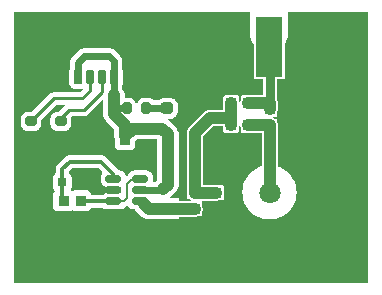
<source format=gtl>
G04 #@! TF.GenerationSoftware,KiCad,Pcbnew,8.0.6*
G04 #@! TF.CreationDate,2024-11-27T10:36:12+01:00*
G04 #@! TF.ProjectId,TDR1,54445231-2e6b-4696-9361-645f70636258,0.1*
G04 #@! TF.SameCoordinates,Original*
G04 #@! TF.FileFunction,Copper,L1,Top*
G04 #@! TF.FilePolarity,Positive*
%FSLAX46Y46*%
G04 Gerber Fmt 4.6, Leading zero omitted, Abs format (unit mm)*
G04 Created by KiCad (PCBNEW 8.0.6) date 2024-11-27 10:36:12*
%MOMM*%
%LPD*%
G01*
G04 APERTURE LIST*
G04 Aperture macros list*
%AMRoundRect*
0 Rectangle with rounded corners*
0 $1 Rounding radius*
0 $2 $3 $4 $5 $6 $7 $8 $9 X,Y pos of 4 corners*
0 Add a 4 corners polygon primitive as box body*
4,1,4,$2,$3,$4,$5,$6,$7,$8,$9,$2,$3,0*
0 Add four circle primitives for the rounded corners*
1,1,$1+$1,$2,$3*
1,1,$1+$1,$4,$5*
1,1,$1+$1,$6,$7*
1,1,$1+$1,$8,$9*
0 Add four rect primitives between the rounded corners*
20,1,$1+$1,$2,$3,$4,$5,0*
20,1,$1+$1,$4,$5,$6,$7,0*
20,1,$1+$1,$6,$7,$8,$9,0*
20,1,$1+$1,$8,$9,$2,$3,0*%
G04 Aperture macros list end*
G04 #@! TA.AperFunction,SMDPad,CuDef*
%ADD10R,0.800000X0.800000*%
G04 #@! TD*
G04 #@! TA.AperFunction,SMDPad,CuDef*
%ADD11RoundRect,0.200000X-0.200000X-0.275000X0.200000X-0.275000X0.200000X0.275000X-0.200000X0.275000X0*%
G04 #@! TD*
G04 #@! TA.AperFunction,SMDPad,CuDef*
%ADD12R,2.290000X5.080000*%
G04 #@! TD*
G04 #@! TA.AperFunction,SMDPad,CuDef*
%ADD13R,2.420000X5.080000*%
G04 #@! TD*
G04 #@! TA.AperFunction,SMDPad,CuDef*
%ADD14R,0.460000X0.950000*%
G04 #@! TD*
G04 #@! TA.AperFunction,ComponentPad*
%ADD15C,0.970000*%
G04 #@! TD*
G04 #@! TA.AperFunction,SMDPad,CuDef*
%ADD16RoundRect,0.150000X-0.512500X-0.150000X0.512500X-0.150000X0.512500X0.150000X-0.512500X0.150000X0*%
G04 #@! TD*
G04 #@! TA.AperFunction,SMDPad,CuDef*
%ADD17R,0.950000X0.950000*%
G04 #@! TD*
G04 #@! TA.AperFunction,SMDPad,CuDef*
%ADD18RoundRect,0.237500X-0.287500X-0.237500X0.287500X-0.237500X0.287500X0.237500X-0.287500X0.237500X0*%
G04 #@! TD*
G04 #@! TA.AperFunction,ComponentPad*
%ADD19C,1.800000*%
G04 #@! TD*
G04 #@! TA.AperFunction,ComponentPad*
%ADD20C,2.400000*%
G04 #@! TD*
G04 #@! TA.AperFunction,SMDPad,CuDef*
%ADD21RoundRect,0.175000X0.175000X0.425000X-0.175000X0.425000X-0.175000X-0.425000X0.175000X-0.425000X0*%
G04 #@! TD*
G04 #@! TA.AperFunction,SMDPad,CuDef*
%ADD22RoundRect,0.190000X-0.190000X-0.410000X0.190000X-0.410000X0.190000X0.410000X-0.190000X0.410000X0*%
G04 #@! TD*
G04 #@! TA.AperFunction,SMDPad,CuDef*
%ADD23RoundRect,0.200000X-0.200000X-0.400000X0.200000X-0.400000X0.200000X0.400000X-0.200000X0.400000X0*%
G04 #@! TD*
G04 #@! TA.AperFunction,SMDPad,CuDef*
%ADD24RoundRect,0.175000X-0.175000X-0.425000X0.175000X-0.425000X0.175000X0.425000X-0.175000X0.425000X0*%
G04 #@! TD*
G04 #@! TA.AperFunction,SMDPad,CuDef*
%ADD25RoundRect,0.190000X0.190000X0.410000X-0.190000X0.410000X-0.190000X-0.410000X0.190000X-0.410000X0*%
G04 #@! TD*
G04 #@! TA.AperFunction,SMDPad,CuDef*
%ADD26RoundRect,0.200000X0.200000X0.400000X-0.200000X0.400000X-0.200000X-0.400000X0.200000X-0.400000X0*%
G04 #@! TD*
G04 #@! TA.AperFunction,SMDPad,CuDef*
%ADD27RoundRect,0.250000X0.650000X0.425000X-0.650000X0.425000X-0.650000X-0.425000X0.650000X-0.425000X0*%
G04 #@! TD*
G04 #@! TA.AperFunction,SMDPad,CuDef*
%ADD28RoundRect,0.250000X0.650000X0.500000X-0.650000X0.500000X-0.650000X-0.500000X0.650000X-0.500000X0*%
G04 #@! TD*
G04 #@! TA.AperFunction,SMDPad,CuDef*
%ADD29R,0.900000X1.600000*%
G04 #@! TD*
G04 #@! TA.AperFunction,SMDPad,CuDef*
%ADD30RoundRect,0.200000X-0.275000X0.200000X-0.275000X-0.200000X0.275000X-0.200000X0.275000X0.200000X0*%
G04 #@! TD*
G04 #@! TA.AperFunction,ViaPad*
%ADD31C,0.610000*%
G04 #@! TD*
G04 #@! TA.AperFunction,Conductor*
%ADD32C,1.000000*%
G04 #@! TD*
G04 #@! TA.AperFunction,Conductor*
%ADD33C,0.600000*%
G04 #@! TD*
G04 #@! TA.AperFunction,Conductor*
%ADD34C,1.016000*%
G04 #@! TD*
G04 #@! TA.AperFunction,Conductor*
%ADD35C,0.304800*%
G04 #@! TD*
G04 #@! TA.AperFunction,Conductor*
%ADD36C,0.609600*%
G04 #@! TD*
G04 #@! TA.AperFunction,Conductor*
%ADD37C,0.152400*%
G04 #@! TD*
G04 #@! TA.AperFunction,Conductor*
%ADD38C,0.254000*%
G04 #@! TD*
G04 #@! TA.AperFunction,Conductor*
%ADD39C,0.800000*%
G04 #@! TD*
G04 APERTURE END LIST*
D10*
G04 #@! TO.P,C3,P$1,P$1*
G04 #@! TO.N,GND*
X11400000Y11650000D03*
G04 #@! TO.P,C3,P$2,P$2*
G04 #@! TO.N,+5V*
X12900000Y11650000D03*
G04 #@! TD*
D11*
G04 #@! TO.P,R9,1,1*
G04 #@! TO.N,+5V*
X9575000Y14800000D03*
G04 #@! TO.P,R9,2,2*
G04 #@! TO.N,Net-(D1-A)*
X11225000Y14800000D03*
G04 #@! TD*
D12*
G04 #@! TO.P,J3,1,In*
G04 #@! TO.N,Net-(J3-In)*
X21620000Y20000000D03*
D13*
G04 #@! TO.P,J3,2,Ext*
G04 #@! TO.N,GND*
X26000000Y20000000D03*
X17240000Y20000000D03*
D14*
X26000000Y17010000D03*
X17240000Y17010000D03*
D15*
X26000000Y16560000D03*
X17240000Y16560000D03*
G04 #@! TD*
D16*
G04 #@! TO.P,U1,1,1A*
G04 #@! TO.N,Net-(R6-P$3)*
X8425000Y8850000D03*
G04 #@! TO.P,U1,2,GND*
G04 #@! TO.N,GND*
X8425000Y7900000D03*
G04 #@! TO.P,U1,3,2A*
G04 #@! TO.N,Net-(R6-P$4)*
X8425000Y6950000D03*
G04 #@! TO.P,U1,4,2Y*
G04 #@! TO.N,Net-(R3-P$3)*
X10700000Y6950000D03*
G04 #@! TO.P,U1,5,V_{CC}*
G04 #@! TO.N,+5V*
X10700000Y7900000D03*
G04 #@! TO.P,U1,6,1Y*
G04 #@! TO.N,Net-(R6-P$4)*
X10700000Y8850000D03*
G04 #@! TD*
D17*
G04 #@! TO.P,R4,P$1,P$3*
G04 #@! TO.N,Net-(R1-P$3)*
X17131100Y7666400D03*
G04 #@! TO.P,R4,P$2,P$4*
G04 #@! TO.N,GND*
X18581100Y7666400D03*
G04 #@! TD*
G04 #@! TO.P,R1,P$1,P$3*
G04 #@! TO.N,Net-(R1-P$3)*
X18401100Y15286400D03*
G04 #@! TO.P,R1,P$2,P$4*
G04 #@! TO.N,Net-(J3-In)*
X19851100Y15286400D03*
G04 #@! TD*
D18*
G04 #@! TO.P,D1,1,A*
G04 #@! TO.N,Net-(D1-A)*
X12975000Y14800000D03*
G04 #@! TO.P,D1,2,K*
G04 #@! TO.N,GND*
X14725000Y14800000D03*
G04 #@! TD*
D19*
G04 #@! TO.P,J1,1*
G04 #@! TO.N,Net-(R2-P$3)*
X21666100Y7666400D03*
D20*
G04 #@! TO.P,J1,S1*
G04 #@! TO.N,GND*
X24816100Y10816400D03*
G04 #@! TO.P,J1,S2*
X24816100Y4516400D03*
G04 #@! TO.P,J1,S3*
X18516100Y4516400D03*
G04 #@! TO.P,J1,S4*
X18516100Y10816400D03*
G04 #@! TD*
D17*
G04 #@! TO.P,R6,P$1,P$3*
G04 #@! TO.N,Net-(R6-P$3)*
X4212500Y7000000D03*
G04 #@! TO.P,R6,P$2,P$4*
G04 #@! TO.N,Net-(R6-P$4)*
X5662500Y7000000D03*
G04 #@! TD*
D21*
G04 #@! TO.P,J2,A5,CC1*
G04 #@! TO.N,Net-(J2-CC1)*
X7450000Y17467500D03*
D22*
G04 #@! TO.P,J2,A9,VBUS*
G04 #@! TO.N,+5V*
X5430000Y17467500D03*
D23*
G04 #@! TO.P,J2,A12,GND*
G04 #@! TO.N,GND*
X4200000Y17467500D03*
D24*
G04 #@! TO.P,J2,B5,CC2*
G04 #@! TO.N,Net-(J2-CC2)*
X6450000Y17467500D03*
D25*
G04 #@! TO.P,J2,B9,VBUS*
G04 #@! TO.N,+5V*
X8470000Y17467500D03*
D26*
G04 #@! TO.P,J2,B12,GND*
G04 #@! TO.N,GND*
X9700000Y17467500D03*
D27*
G04 #@! TO.P,J2,S1,SHIELD*
X12075000Y17522500D03*
D28*
X12075000Y21102500D03*
D27*
X1825000Y17522500D03*
D28*
X1825000Y21102500D03*
G04 #@! TD*
D10*
G04 #@! TO.P,C2,P$1,P$1*
G04 #@! TO.N,GND*
X11391100Y10206400D03*
G04 #@! TO.P,C2,P$2,P$2*
G04 #@! TO.N,+5V*
X12891100Y10206400D03*
G04 #@! TD*
D17*
G04 #@! TO.P,R3,P$1,P$3*
G04 #@! TO.N,Net-(R3-P$3)*
X15316100Y6306400D03*
G04 #@! TO.P,R3,P$2,P$4*
G04 #@! TO.N,Net-(R1-P$3)*
X15316100Y7756400D03*
G04 #@! TD*
D29*
G04 #@! TO.P,C4,P$1,P$1*
G04 #@! TO.N,GND*
X6300000Y12450000D03*
G04 #@! TO.P,C4,P$2,P$2*
G04 #@! TO.N,+5V*
X9400000Y12450000D03*
G04 #@! TD*
D30*
G04 #@! TO.P,R7,1*
G04 #@! TO.N,Net-(J2-CC1)*
X3977000Y13700000D03*
G04 #@! TO.P,R7,2*
G04 #@! TO.N,GND*
X3977000Y12050000D03*
G04 #@! TD*
D10*
G04 #@! TO.P,C1,P$1,P$1*
G04 #@! TO.N,GND*
X5587500Y8550000D03*
G04 #@! TO.P,C1,P$2,P$2*
G04 #@! TO.N,Net-(R6-P$3)*
X4087500Y8550000D03*
G04 #@! TD*
D17*
G04 #@! TO.P,R5,P$1,P$3*
G04 #@! TO.N,Net-(J3-In)*
X21666100Y14741400D03*
G04 #@! TO.P,R5,P$2,P$4*
G04 #@! TO.N,Net-(R2-P$3)*
X21666100Y13291400D03*
G04 #@! TD*
D30*
G04 #@! TO.P,R8,1*
G04 #@! TO.N,Net-(J2-CC2)*
X1450000Y13700000D03*
G04 #@! TO.P,R8,2*
G04 #@! TO.N,GND*
X1450000Y12050000D03*
G04 #@! TD*
D17*
G04 #@! TO.P,R2,P$1,P$3*
G04 #@! TO.N,Net-(R2-P$3)*
X19851100Y13381400D03*
G04 #@! TO.P,R2,P$2,P$4*
G04 #@! TO.N,Net-(R1-P$3)*
X18401100Y13381400D03*
G04 #@! TD*
D31*
G04 #@! TO.N,GND*
X27900000Y18200000D03*
X27900000Y16400000D03*
X14600000Y17450000D03*
X19150000Y16400000D03*
X14300000Y13750000D03*
X19800000Y5800000D03*
X27890000Y4655000D03*
X6900000Y7900000D03*
X15100000Y4750000D03*
X22810000Y2115000D03*
X19200000Y6450000D03*
X24000000Y6500000D03*
X24250000Y7600000D03*
X15190000Y2115000D03*
X3900000Y11000000D03*
X5150000Y12400000D03*
X2490000Y4655000D03*
X24150000Y8500000D03*
X14250000Y9050000D03*
X22650000Y16400000D03*
X9700000Y19800000D03*
X5030000Y4655000D03*
X17730000Y2115000D03*
X25350000Y14815000D03*
X5030000Y2115000D03*
X7570000Y2115000D03*
X12050000Y19250000D03*
X27890000Y9735000D03*
X7570000Y4655000D03*
X19750000Y9500000D03*
X23550000Y9500000D03*
X20700000Y5250000D03*
X14250000Y10650000D03*
X22700000Y13750000D03*
X20550000Y16450000D03*
X7600000Y12400000D03*
X27890000Y2115000D03*
X16750000Y9050000D03*
X2490000Y9735000D03*
X22750000Y10200000D03*
X16300000Y15150000D03*
X23300000Y5650000D03*
X15190000Y19895000D03*
X7100000Y20750000D03*
X20270000Y2115000D03*
X27890000Y14815000D03*
X20550000Y10200000D03*
X22750000Y15100000D03*
X16750000Y6400000D03*
X6900000Y9100000D03*
X12850000Y4700000D03*
X27890000Y12275000D03*
X21700000Y5050000D03*
X16750000Y10600000D03*
X19050000Y8750000D03*
X4200000Y19800000D03*
X2490000Y7195000D03*
X1850000Y19300000D03*
X22700000Y11900000D03*
X22550000Y5250000D03*
X10750000Y4700000D03*
X10110000Y2115000D03*
X14300000Y12600000D03*
X12650000Y2115000D03*
X25350000Y2115000D03*
X10100000Y10500000D03*
X16750000Y11900000D03*
X14250000Y7400000D03*
X20550000Y11900000D03*
X27890000Y7195000D03*
X2490000Y2115000D03*
G04 #@! TD*
D32*
G04 #@! TO.N,+5V*
X10850000Y13100000D02*
X12550000Y13100000D01*
D33*
X5430000Y17467500D02*
X5430000Y18680000D01*
D34*
X9400000Y12450000D02*
X9400000Y13400000D01*
D32*
X13050000Y12600000D02*
X13050000Y8350000D01*
D33*
X10700000Y7900000D02*
X12600000Y7900000D01*
D32*
X9400000Y12450000D02*
X10050000Y13100000D01*
D34*
X8470000Y14330000D02*
X8470000Y15000000D01*
D32*
X13050000Y8350000D02*
X12650000Y7950000D01*
D33*
X8100000Y19200000D02*
X8470000Y18830000D01*
X8470000Y18830000D02*
X8470000Y17467500D01*
D35*
X12600000Y7900000D02*
X12650000Y7950000D01*
D34*
X8470000Y15000000D02*
X8470000Y15905000D01*
D35*
X8670000Y14800000D02*
X8470000Y15000000D01*
D32*
X10050000Y13100000D02*
X10850000Y13100000D01*
D33*
X5430000Y18680000D02*
X5950000Y19200000D01*
X8470000Y17467500D02*
X8470000Y15905000D01*
D34*
X9400000Y13400000D02*
X8470000Y14330000D01*
D36*
X9575000Y14800000D02*
X8670000Y14800000D01*
D33*
X5950000Y19200000D02*
X8100000Y19200000D01*
D32*
X12550000Y13100000D02*
X13050000Y12600000D01*
D35*
G04 #@! TO.N,GND*
X6900000Y7900000D02*
X8425000Y7900000D01*
X5587500Y8550000D02*
X6250000Y8550000D01*
X6250000Y8550000D02*
X6900000Y7900000D01*
G04 #@! TO.N,Net-(R6-P$3)*
X4087500Y9637500D02*
X4087500Y8550000D01*
X7400000Y10300000D02*
X4750000Y10300000D01*
X4087500Y7125000D02*
X4212500Y7000000D01*
X8425000Y9275000D02*
X7400000Y10300000D01*
X8425000Y8850000D02*
X8425000Y9275000D01*
X4750000Y10300000D02*
X4087500Y9637500D01*
X4087500Y8550000D02*
X4087500Y7125000D01*
D32*
G04 #@! TO.N,Net-(R2-P$3)*
X19851100Y13381400D02*
X21666100Y13381400D01*
X21666100Y13291400D02*
X21666100Y7666400D01*
X21666100Y13381400D02*
X21666100Y13291400D01*
G04 #@! TO.N,Net-(R1-P$3)*
X18401100Y14016400D02*
X18401100Y13381400D01*
X15316100Y12746400D02*
X16586100Y14016400D01*
X16586100Y14016400D02*
X18401100Y14016400D01*
X18401100Y15286400D02*
X18401100Y14016400D01*
X15316100Y7666400D02*
X15316100Y7756400D01*
X17131100Y7666400D02*
X15316100Y7666400D01*
X15316100Y7756400D02*
X15316100Y12746400D01*
G04 #@! TO.N,Net-(R3-P$3)*
X11463600Y6306400D02*
X11053600Y6716400D01*
X15316100Y6306400D02*
X11463600Y6306400D01*
D37*
G04 #@! TO.N,Net-(R6-P$4)*
X9562500Y8400000D02*
X9562500Y7200000D01*
D35*
X5712500Y6950000D02*
X5662500Y7000000D01*
X8425000Y6950000D02*
X5712500Y6950000D01*
D37*
X10700000Y8850000D02*
X10012500Y8850000D01*
X9312500Y6950000D02*
X8425000Y6950000D01*
X9562500Y7200000D02*
X9312500Y6950000D01*
X10012500Y8850000D02*
X9562500Y8400000D01*
D38*
G04 #@! TO.N,Net-(J2-CC2)*
X6450000Y16300000D02*
X6450000Y17467500D01*
X1450000Y13700000D02*
X3400000Y15650000D01*
X5800000Y15650000D02*
X6450000Y16300000D01*
X3400000Y15650000D02*
X5800000Y15650000D01*
G04 #@! TO.N,Net-(J2-CC1)*
X3977000Y13977000D02*
X3977000Y13700000D01*
X4650000Y14650000D02*
X3977000Y13977000D01*
X5900000Y14650000D02*
X4650000Y14650000D01*
X7450000Y16200000D02*
X5900000Y14650000D01*
X7450000Y17467500D02*
X7450000Y16200000D01*
D37*
G04 #@! TO.N,Net-(D1-A)*
X11225000Y14800000D02*
X11225000Y14825000D01*
X11225000Y14825000D02*
X11250000Y14850000D01*
D38*
X11250000Y14850000D02*
X11300000Y14800000D01*
D36*
X11300000Y14800000D02*
X12975000Y14800000D01*
D32*
G04 #@! TO.N,Net-(J3-In)*
X19851100Y15286400D02*
X21666100Y15286400D01*
X21666100Y15286400D02*
X21666100Y14741400D01*
D39*
X21666100Y20031400D02*
X21666100Y15286400D01*
G04 #@! TD*
G04 #@! TA.AperFunction,Conductor*
G04 #@! TO.N,GND*
G36*
X13947300Y12704778D02*
G01*
X13945731Y12712666D01*
X13915895Y12862666D01*
X13854325Y13011308D01*
X13848013Y13026547D01*
X13788670Y13115360D01*
X13749466Y13174033D01*
X13624035Y13299464D01*
X13124037Y13799463D01*
X13124036Y13799464D01*
X13071210Y13834760D01*
X13050376Y13865941D01*
X13057691Y13902723D01*
X13088874Y13923559D01*
X13098434Y13924501D01*
X13326933Y13924501D01*
X13326934Y13924501D01*
X13326939Y13924502D01*
X13326948Y13924502D01*
X13347301Y13926104D01*
X13363098Y13927346D01*
X13517894Y13972319D01*
X13656643Y14054374D01*
X13770626Y14168357D01*
X13852681Y14307106D01*
X13897654Y14461902D01*
X13900500Y14498065D01*
X13900499Y15101934D01*
X13899521Y15114360D01*
X13897654Y15138098D01*
X13874419Y15218073D01*
X13852681Y15292894D01*
X13770626Y15431643D01*
X13656643Y15545626D01*
X13623032Y15565503D01*
X13517894Y15627681D01*
X13517896Y15627681D01*
X13363097Y15672655D01*
X13337754Y15674649D01*
X13326935Y15675500D01*
X13326930Y15675500D01*
X12623066Y15675500D01*
X12623051Y15675499D01*
X12586902Y15672655D01*
X12432104Y15627681D01*
X12293359Y15545628D01*
X12293354Y15545624D01*
X12267383Y15519652D01*
X12232735Y15505300D01*
X11867284Y15505300D01*
X11837455Y15515426D01*
X11727841Y15599536D01*
X11727836Y15599539D01*
X11581761Y15660045D01*
X11501062Y15670669D01*
X11464361Y15675500D01*
X11464358Y15675500D01*
X10985643Y15675500D01*
X10985641Y15675500D01*
X10985640Y15675499D01*
X10971983Y15673702D01*
X10868238Y15660045D01*
X10722163Y15599539D01*
X10722158Y15599536D01*
X10596718Y15503283D01*
X10596717Y15503282D01*
X10500464Y15377842D01*
X10500463Y15377840D01*
X10445270Y15244591D01*
X10418751Y15218073D01*
X10381248Y15218073D01*
X10354730Y15244591D01*
X10299536Y15377840D01*
X10299535Y15377842D01*
X10203282Y15503282D01*
X10203281Y15503283D01*
X10077841Y15599536D01*
X10077836Y15599539D01*
X9931761Y15660045D01*
X9841675Y15671905D01*
X9814361Y15675500D01*
X9814359Y15675500D01*
X9427500Y15675500D01*
X9392852Y15689852D01*
X9378500Y15724500D01*
X9378500Y15994476D01*
X9378500Y15994479D01*
X9343587Y16170000D01*
X9275102Y16335336D01*
X9178758Y16479526D01*
X9170500Y16506749D01*
X9170500Y16737393D01*
X9175575Y16756319D01*
X9174571Y16756735D01*
X9175801Y16759704D01*
X9235301Y16903349D01*
X9250500Y17018799D01*
X9250499Y17916200D01*
X9235301Y18031651D01*
X9175800Y18175298D01*
X9175799Y18175300D01*
X9174571Y18178264D01*
X9175569Y18178678D01*
X9170500Y18197607D01*
X9170500Y18898993D01*
X9170499Y18898999D01*
X9143582Y19034319D01*
X9143579Y19034330D01*
X9090776Y19161808D01*
X9090775Y19161811D01*
X9014114Y19276543D01*
X8546543Y19744114D01*
X8431811Y19820775D01*
X8431808Y19820777D01*
X8431807Y19820777D01*
X8304329Y19873580D01*
X8304320Y19873582D01*
X8168997Y19900500D01*
X8168994Y19900500D01*
X8168993Y19900500D01*
X6018994Y19900500D01*
X5881006Y19900500D01*
X5881002Y19900500D01*
X5745679Y19873582D01*
X5745670Y19873580D01*
X5618192Y19820777D01*
X5503457Y19744115D01*
X4885885Y19126543D01*
X4809223Y19011808D01*
X4756420Y18884330D01*
X4756420Y18884329D01*
X4756420Y18884328D01*
X4731890Y18761006D01*
X4731890Y18761005D01*
X4729500Y18748994D01*
X4729500Y18197607D01*
X4724430Y18178678D01*
X4725429Y18178264D01*
X4664698Y18031649D01*
X4649500Y17916200D01*
X4649500Y17018804D01*
X4649501Y17018802D01*
X4664698Y16903352D01*
X4664698Y16903350D01*
X4664699Y16903349D01*
X4724200Y16759702D01*
X4818851Y16636351D01*
X4942202Y16541700D01*
X5085849Y16482199D01*
X5201299Y16467000D01*
X5658700Y16467001D01*
X5760078Y16480347D01*
X5796302Y16470640D01*
X5815053Y16438161D01*
X5805346Y16401936D01*
X5801120Y16397118D01*
X5595855Y16191852D01*
X5561207Y16177500D01*
X3330550Y16177500D01*
X3196394Y16141553D01*
X3196390Y16141552D01*
X3076106Y16072105D01*
X1518853Y14514852D01*
X1484205Y14500500D01*
X1135643Y14500500D01*
X1135641Y14500500D01*
X1135640Y14500499D01*
X1121983Y14498702D01*
X1018238Y14485045D01*
X872163Y14424539D01*
X872158Y14424536D01*
X746718Y14328283D01*
X746717Y14328282D01*
X650464Y14202842D01*
X650461Y14202837D01*
X589955Y14056762D01*
X574500Y13939360D01*
X574500Y13460644D01*
X574501Y13460642D01*
X589955Y13343239D01*
X650461Y13197164D01*
X650464Y13197159D01*
X746718Y13071718D01*
X872159Y12975464D01*
X872161Y12975464D01*
X872163Y12975462D01*
X1018238Y12914956D01*
X1135639Y12899500D01*
X1764360Y12899501D01*
X1881762Y12914956D01*
X2027841Y12975464D01*
X2153282Y13071718D01*
X2249536Y13197159D01*
X2310044Y13343238D01*
X2325500Y13460639D01*
X2325499Y13809208D01*
X2339850Y13843854D01*
X3604146Y15108148D01*
X3638794Y15122500D01*
X4258206Y15122500D01*
X4292854Y15108148D01*
X4307206Y15073500D01*
X4292854Y15038852D01*
X4227893Y14973891D01*
X3768853Y14514852D01*
X3734206Y14500500D01*
X3662643Y14500500D01*
X3662641Y14500500D01*
X3662640Y14500499D01*
X3648983Y14498702D01*
X3545238Y14485045D01*
X3399163Y14424539D01*
X3399158Y14424536D01*
X3273718Y14328283D01*
X3273717Y14328282D01*
X3177464Y14202842D01*
X3177461Y14202837D01*
X3116955Y14056762D01*
X3101500Y13939360D01*
X3101500Y13460644D01*
X3101501Y13460642D01*
X3116955Y13343239D01*
X3177461Y13197164D01*
X3177464Y13197159D01*
X3273718Y13071718D01*
X3399159Y12975464D01*
X3399161Y12975464D01*
X3399163Y12975462D01*
X3545238Y12914956D01*
X3662639Y12899500D01*
X4291360Y12899501D01*
X4408762Y12914956D01*
X4554841Y12975464D01*
X4680282Y13071718D01*
X4776536Y13197159D01*
X4837044Y13343238D01*
X4852500Y13460639D01*
X4852499Y13939360D01*
X4838000Y14049500D01*
X4836625Y14059946D01*
X4837594Y14060074D01*
X4842014Y14093655D01*
X4849807Y14103810D01*
X4854150Y14108152D01*
X4888794Y14122500D01*
X5969449Y14122500D01*
X6014167Y14134483D01*
X6036527Y14140474D01*
X6103608Y14158448D01*
X6184414Y14205102D01*
X6223893Y14227895D01*
X6322105Y14326107D01*
X6322105Y14326109D01*
X6326134Y14330137D01*
X6326137Y14330142D01*
X7477853Y15481857D01*
X7512500Y15496208D01*
X7547148Y15481856D01*
X7561500Y15447208D01*
X7561500Y15089479D01*
X7561500Y14419479D01*
X7561500Y14240521D01*
X7584976Y14122500D01*
X7596413Y14065000D01*
X7596413Y14064999D01*
X7654609Y13924501D01*
X7664897Y13899664D01*
X7687430Y13865941D01*
X7764319Y13750868D01*
X8477148Y13038039D01*
X8491500Y13003391D01*
X8491500Y12360521D01*
X8526413Y12185000D01*
X8543878Y12142834D01*
X8545770Y12138268D01*
X8549500Y12119517D01*
X8549500Y11618483D01*
X8564353Y11524697D01*
X8621945Y11411665D01*
X8621950Y11411658D01*
X8711657Y11321951D01*
X8711664Y11321946D01*
X8824691Y11264356D01*
X8824692Y11264356D01*
X8824696Y11264354D01*
X8918481Y11249500D01*
X9881518Y11249501D01*
X9975304Y11264354D01*
X10036387Y11295478D01*
X10088335Y11321946D01*
X10088337Y11321948D01*
X10088342Y11321950D01*
X10178050Y11411658D01*
X10178054Y11411665D01*
X10235644Y11524691D01*
X10235644Y11524693D01*
X10235646Y11524696D01*
X10250500Y11618481D01*
X10250499Y12006705D01*
X10264851Y12041352D01*
X10408648Y12185148D01*
X10443296Y12199500D01*
X10761309Y12199500D01*
X12060815Y12199500D01*
X12095463Y12185148D01*
X12109815Y12150500D01*
X12109212Y12142843D01*
X12099500Y12081519D01*
X12099500Y12081518D01*
X12099500Y11218483D01*
X12114353Y11124697D01*
X12144159Y11066202D01*
X12149500Y11043956D01*
X12149500Y10829913D01*
X12144159Y10807668D01*
X12105455Y10731708D01*
X12105454Y10731706D01*
X12105454Y10731704D01*
X12090600Y10637919D01*
X12090600Y10637918D01*
X12090600Y9774883D01*
X12105453Y9681097D01*
X12105454Y9681096D01*
X12139392Y9614489D01*
X12144159Y9605135D01*
X12149500Y9582889D01*
X12149500Y8743296D01*
X12135148Y8708648D01*
X12041352Y8614852D01*
X12006704Y8600500D01*
X11811464Y8600500D01*
X11776816Y8614852D01*
X11762464Y8649500D01*
X11762813Y8655335D01*
X11763000Y8656895D01*
X11763000Y9043106D01*
X11752378Y9131557D01*
X11752377Y9131558D01*
X11752377Y9131564D01*
X11696861Y9272342D01*
X11692532Y9278050D01*
X11659518Y9321586D01*
X11605422Y9392922D01*
X11533704Y9447308D01*
X11484844Y9484360D01*
X11484842Y9484361D01*
X11344064Y9539877D01*
X11344060Y9539878D01*
X11344056Y9539879D01*
X11255605Y9550500D01*
X11255602Y9550500D01*
X10144398Y9550500D01*
X10144395Y9550500D01*
X10055943Y9539879D01*
X10055937Y9539878D01*
X10055936Y9539877D01*
X9959786Y9501961D01*
X9915155Y9484360D01*
X9794578Y9392922D01*
X9703138Y9272342D01*
X9669403Y9186798D01*
X9658468Y9170126D01*
X9563937Y9075594D01*
X9529289Y9061242D01*
X9494641Y9075594D01*
X9480639Y9104399D01*
X9477377Y9131564D01*
X9421861Y9272342D01*
X9417532Y9278050D01*
X9384518Y9321586D01*
X9330422Y9392922D01*
X9258704Y9447308D01*
X9209844Y9484360D01*
X9209842Y9484361D01*
X9069064Y9539877D01*
X9069060Y9539878D01*
X9069056Y9539879D01*
X8980605Y9550500D01*
X8980602Y9550500D01*
X8932664Y9550500D01*
X8898016Y9564852D01*
X8890229Y9575000D01*
X8878883Y9594652D01*
X8867430Y9614489D01*
X8764489Y9717430D01*
X8762783Y9719136D01*
X8762772Y9719146D01*
X7845225Y10636693D01*
X7845223Y10636696D01*
X7739492Y10742427D01*
X7739489Y10742430D01*
X7739485Y10742432D01*
X7739483Y10742434D01*
X7676450Y10778826D01*
X7613414Y10815221D01*
X7613411Y10815222D01*
X7503237Y10844742D01*
X7493088Y10847462D01*
X7472793Y10852900D01*
X7472791Y10852900D01*
X4677209Y10852900D01*
X4677206Y10852900D01*
X4536590Y10815222D01*
X4536586Y10815221D01*
X4410510Y10742430D01*
X4410510Y10742429D01*
X3645073Y9976993D01*
X3645066Y9976984D01*
X3608674Y9913950D01*
X3572279Y9850914D01*
X3570610Y9844682D01*
X3570609Y9844683D01*
X3570609Y9844679D01*
X3534600Y9710295D01*
X3534600Y9351613D01*
X3520248Y9316965D01*
X3507846Y9307954D01*
X3449161Y9278052D01*
X3449154Y9278047D01*
X3359450Y9188343D01*
X3359445Y9188336D01*
X3301855Y9075310D01*
X3301855Y9075308D01*
X3301854Y9075306D01*
X3301854Y9075304D01*
X3296754Y9043102D01*
X3287000Y8981518D01*
X3287000Y8118483D01*
X3301853Y8024697D01*
X3359445Y7911665D01*
X3359450Y7911658D01*
X3448959Y7822149D01*
X3463311Y7787501D01*
X3448960Y7752854D01*
X3409451Y7713344D01*
X3409445Y7713336D01*
X3351855Y7600310D01*
X3351855Y7600308D01*
X3337000Y7506518D01*
X3337000Y6493483D01*
X3351853Y6399697D01*
X3409445Y6286665D01*
X3409450Y6286658D01*
X3499157Y6196951D01*
X3499164Y6196946D01*
X3612191Y6139356D01*
X3612192Y6139356D01*
X3612196Y6139354D01*
X3705981Y6124500D01*
X4719018Y6124501D01*
X4812804Y6139354D01*
X4915253Y6191556D01*
X4952641Y6194498D01*
X4959744Y6191555D01*
X5062191Y6139356D01*
X5062192Y6139356D01*
X5062196Y6139354D01*
X5155981Y6124500D01*
X6169018Y6124501D01*
X6262804Y6139354D01*
X6371030Y6194498D01*
X6375835Y6196946D01*
X6375837Y6196948D01*
X6375842Y6196950D01*
X6465550Y6286658D01*
X6508191Y6370346D01*
X6536708Y6394702D01*
X6551850Y6397100D01*
X7516258Y6397100D01*
X7545866Y6387143D01*
X7568017Y6370345D01*
X7640158Y6315639D01*
X7780936Y6260123D01*
X7780942Y6260123D01*
X7780943Y6260122D01*
X7869395Y6249500D01*
X7869398Y6249500D01*
X8980605Y6249500D01*
X9069056Y6260122D01*
X9069056Y6260123D01*
X9069064Y6260123D01*
X9209842Y6315639D01*
X9330422Y6407078D01*
X9371868Y6461735D01*
X9398227Y6479455D01*
X9496499Y6505787D01*
X9605200Y6568545D01*
X9611049Y6574395D01*
X9645695Y6588748D01*
X9680344Y6574398D01*
X9691281Y6557725D01*
X9703138Y6527658D01*
X9753132Y6461733D01*
X9794578Y6407078D01*
X9915158Y6315639D01*
X10055936Y6260123D01*
X10055942Y6260123D01*
X10055943Y6260122D01*
X10144395Y6249500D01*
X10144398Y6249500D01*
X10256360Y6249500D01*
X10291008Y6235148D01*
X10297102Y6227723D01*
X10354135Y6142365D01*
X10764136Y5732365D01*
X10889567Y5606934D01*
X10987445Y5541535D01*
X11037053Y5508387D01*
X11037054Y5508387D01*
X11037055Y5508386D01*
X11085051Y5488505D01*
X11133051Y5468624D01*
X11200934Y5440505D01*
X11374909Y5405900D01*
X11374912Y5405900D01*
X13947300Y5405900D01*
X13947300Y3236D01*
X13931035Y0D01*
X49000Y0D01*
X14352Y14352D01*
X0Y49000D01*
X0Y22933600D01*
X14352Y22968248D01*
X49000Y22982600D01*
X13600000Y22982600D01*
X13947300Y22982600D01*
X13947300Y12704778D01*
G37*
G04 #@! TD.AperFunction*
G04 #@! TA.AperFunction,Conductor*
G36*
X13947300Y7206900D02*
G01*
X13298696Y7206900D01*
X13264048Y7221252D01*
X13249696Y7255900D01*
X13264048Y7290548D01*
X13749463Y7775964D01*
X13749465Y7775967D01*
X13749466Y7775968D01*
X13764651Y7798694D01*
X13848013Y7923453D01*
X13915894Y8087334D01*
X13928260Y8149500D01*
X13947300Y8245220D01*
X13947300Y7206900D01*
G37*
G04 #@! TD.AperFunction*
G04 #@! TA.AperFunction,Conductor*
G36*
X7185334Y9732748D02*
G01*
X7491773Y9426309D01*
X7506125Y9391661D01*
X7496169Y9362054D01*
X7428140Y9272344D01*
X7428139Y9272343D01*
X7428139Y9272342D01*
X7395014Y9188342D01*
X7372623Y9131563D01*
X7372621Y9131557D01*
X7362000Y9043106D01*
X7362000Y8656895D01*
X7372621Y8568444D01*
X7372622Y8568440D01*
X7372623Y8568436D01*
X7428139Y8427658D01*
X7428140Y8427656D01*
X7465192Y8378796D01*
X7519578Y8307078D01*
X7640158Y8215639D01*
X7780936Y8160123D01*
X7780942Y8160123D01*
X7780943Y8160122D01*
X7869395Y8149500D01*
X7869398Y8149500D01*
X8980604Y8149500D01*
X9016509Y8153812D01*
X9030957Y8155547D01*
X9067070Y8145429D01*
X9085450Y8112740D01*
X9085800Y8106897D01*
X9085800Y7693104D01*
X9071448Y7658456D01*
X9036800Y7644104D01*
X9030958Y7644453D01*
X9029065Y7644681D01*
X8980602Y7650500D01*
X7869398Y7650500D01*
X7869395Y7650500D01*
X7780943Y7639879D01*
X7780937Y7639878D01*
X7780936Y7639877D01*
X7684786Y7601961D01*
X7640155Y7584360D01*
X7545866Y7512857D01*
X7516258Y7502900D01*
X6580423Y7502900D01*
X6545775Y7517252D01*
X6532026Y7544235D01*
X6523146Y7600305D01*
X6465554Y7713336D01*
X6465549Y7713343D01*
X6375842Y7803050D01*
X6375835Y7803055D01*
X6262808Y7860645D01*
X6262805Y7860646D01*
X6262804Y7860646D01*
X6169019Y7875500D01*
X6169017Y7875500D01*
X5155982Y7875500D01*
X5062199Y7860647D01*
X5062197Y7860647D01*
X5062196Y7860646D01*
X5015436Y7836821D01*
X4959745Y7808445D01*
X4922358Y7805503D01*
X4915255Y7808446D01*
X4838008Y7847805D01*
X4813651Y7876322D01*
X4816593Y7913707D01*
X4873146Y8024696D01*
X4888000Y8118481D01*
X4887999Y8981518D01*
X4873146Y9075304D01*
X4872998Y9075594D01*
X4815554Y9188336D01*
X4815549Y9188343D01*
X4725845Y9278047D01*
X4725842Y9278050D01*
X4667154Y9307954D01*
X4642798Y9336472D01*
X4640400Y9351613D01*
X4640400Y9388186D01*
X4654752Y9422834D01*
X4964667Y9732748D01*
X4999315Y9747100D01*
X7150686Y9747100D01*
X7185334Y9732748D01*
G37*
G04 #@! TD.AperFunction*
G04 #@! TD*
G04 #@! TA.AperFunction,Conductor*
G04 #@! TO.N,GND*
G36*
X29982948Y22985648D02*
G01*
X29997300Y22951000D01*
X29997300Y49000D01*
X29982948Y14352D01*
X29948300Y0D01*
X13970296Y0D01*
X13955538Y6113D01*
X13949786Y3730D01*
X13947300Y3236D01*
X13947300Y5625900D01*
X15383122Y5625900D01*
X15383123Y5625900D01*
X15504076Y5649960D01*
X15513634Y5650901D01*
X15808874Y5650901D01*
X15808876Y5650901D01*
X15861528Y5661373D01*
X15921233Y5701267D01*
X15961127Y5760972D01*
X15971600Y5813623D01*
X15971599Y6108868D01*
X15972541Y6118427D01*
X15996599Y6239374D01*
X15996600Y6239377D01*
X15996600Y6373422D01*
X15996599Y6373429D01*
X15972541Y6494377D01*
X15971599Y6503936D01*
X15971599Y6799175D01*
X15971599Y6799176D01*
X15961127Y6851828D01*
X15950257Y6868096D01*
X15922474Y6909677D01*
X15915158Y6946460D01*
X15935993Y6977642D01*
X15963216Y6985900D01*
X17198122Y6985900D01*
X17198123Y6985900D01*
X17319076Y7009960D01*
X17328634Y7010901D01*
X17623874Y7010901D01*
X17623876Y7010901D01*
X17676528Y7021373D01*
X17736233Y7061267D01*
X17776127Y7120972D01*
X17786600Y7173623D01*
X17786599Y7468868D01*
X17787541Y7478427D01*
X17811599Y7599374D01*
X17811600Y7599377D01*
X17811600Y7733422D01*
X17811599Y7733429D01*
X17787541Y7854377D01*
X17786599Y7863936D01*
X17786599Y8159175D01*
X17786599Y8159176D01*
X17776127Y8211828D01*
X17762888Y8231640D01*
X17736233Y8271534D01*
X17676525Y8311429D01*
X17623882Y8321900D01*
X17623877Y8321900D01*
X17328637Y8321900D01*
X17319078Y8322841D01*
X17198123Y8346900D01*
X17198120Y8346900D01*
X16045600Y8346900D01*
X16010952Y8361252D01*
X15996600Y8395900D01*
X15996600Y12444232D01*
X16010952Y12478880D01*
X16853620Y13321548D01*
X16888268Y13335900D01*
X17676106Y13335900D01*
X17710754Y13321548D01*
X17724163Y13296463D01*
X17744658Y13193426D01*
X17744659Y13193420D01*
X17745600Y13183861D01*
X17745600Y12888626D01*
X17745601Y12888623D01*
X17756073Y12835972D01*
X17771140Y12813423D01*
X17795966Y12776267D01*
X17819881Y12760289D01*
X17855672Y12736373D01*
X17908323Y12725900D01*
X18203565Y12725901D01*
X18213125Y12724959D01*
X18262004Y12715237D01*
X18334077Y12700900D01*
X18468122Y12700900D01*
X18468123Y12700900D01*
X18589076Y12724960D01*
X18598634Y12725901D01*
X18893874Y12725901D01*
X18893876Y12725901D01*
X18946528Y12736373D01*
X19006233Y12776267D01*
X19046127Y12835972D01*
X19056600Y12888623D01*
X19056599Y13183868D01*
X19057539Y13193418D01*
X19078042Y13296492D01*
X19098876Y13327671D01*
X19135658Y13334988D01*
X19166841Y13314152D01*
X19174158Y13296488D01*
X19194659Y13193420D01*
X19195600Y13183861D01*
X19195600Y12888626D01*
X19195601Y12888623D01*
X19206073Y12835972D01*
X19221140Y12813423D01*
X19245966Y12776267D01*
X19269881Y12760289D01*
X19305672Y12736373D01*
X19358323Y12725900D01*
X19653565Y12725901D01*
X19663125Y12724959D01*
X19712004Y12715237D01*
X19784077Y12700900D01*
X20936600Y12700900D01*
X20971248Y12686548D01*
X20985600Y12651900D01*
X20985600Y9933282D01*
X20971248Y9898634D01*
X20952351Y9886883D01*
X20769839Y9824928D01*
X20769826Y9824923D01*
X20499999Y9691858D01*
X20249848Y9524714D01*
X20023653Y9326347D01*
X19825286Y9100152D01*
X19658142Y8850001D01*
X19525078Y8580175D01*
X19525077Y8580172D01*
X19428370Y8295282D01*
X19369676Y8000205D01*
X19350000Y7700001D01*
X19350000Y7700000D01*
X19369676Y7399796D01*
X19427046Y7111373D01*
X19428371Y7104716D01*
X19493947Y6911533D01*
X19525077Y6819829D01*
X19525078Y6819826D01*
X19658142Y6550000D01*
X19825286Y6299849D01*
X20023653Y6073654D01*
X20249848Y5875287D01*
X20342130Y5813627D01*
X20500000Y5708142D01*
X20769828Y5575077D01*
X21054716Y5478371D01*
X21349790Y5419677D01*
X21599965Y5403280D01*
X21649999Y5400000D01*
X21650000Y5400000D01*
X21650001Y5400000D01*
X21692887Y5402811D01*
X21950210Y5419677D01*
X22245284Y5478371D01*
X22530172Y5575077D01*
X22800000Y5708142D01*
X23050151Y5875287D01*
X23276346Y6073654D01*
X23474713Y6299849D01*
X23641858Y6550000D01*
X23774923Y6819828D01*
X23871629Y7104716D01*
X23930323Y7399790D01*
X23950000Y7700000D01*
X23930323Y8000210D01*
X23871629Y8295284D01*
X23774923Y8580172D01*
X23641858Y8850000D01*
X23586394Y8933007D01*
X23474713Y9100152D01*
X23276346Y9326347D01*
X23050151Y9524714D01*
X22800000Y9691858D01*
X22530173Y9824923D01*
X22530160Y9824928D01*
X22379849Y9875953D01*
X22351653Y9900680D01*
X22346600Y9922352D01*
X22346600Y13448420D01*
X22346600Y13448423D01*
X22327516Y13544363D01*
X22322540Y13569383D01*
X22321599Y13578942D01*
X22321599Y13784175D01*
X22321599Y13784176D01*
X22311127Y13836828D01*
X22286167Y13874183D01*
X22271233Y13896534D01*
X22211525Y13936429D01*
X22158882Y13946900D01*
X22158877Y13946900D01*
X22059502Y13946900D01*
X22032279Y13955158D01*
X21988438Y13984452D01*
X21971106Y13991631D01*
X21944588Y14018150D01*
X21944588Y14055653D01*
X21971107Y14082171D01*
X21989858Y14085901D01*
X22158874Y14085901D01*
X22158876Y14085901D01*
X22211528Y14096373D01*
X22271233Y14136267D01*
X22311127Y14195972D01*
X22321600Y14248623D01*
X22321599Y14543868D01*
X22322541Y14553427D01*
X22332979Y14605901D01*
X22346600Y14674377D01*
X22346600Y15353423D01*
X22320449Y15484895D01*
X22269152Y15608738D01*
X22269152Y15608739D01*
X22254858Y15630131D01*
X22246600Y15657354D01*
X22246600Y17230501D01*
X22260952Y17265149D01*
X22295600Y17279501D01*
X22782774Y17279501D01*
X22782776Y17279501D01*
X22835428Y17289973D01*
X22895133Y17329867D01*
X22935027Y17389572D01*
X22945500Y17442223D01*
X22945499Y20196733D01*
X22950223Y20217724D01*
X22966418Y20251882D01*
X23250000Y20850000D01*
X23250000Y22951000D01*
X23264352Y22985648D01*
X23299000Y23000000D01*
X29948300Y23000000D01*
X29982948Y22985648D01*
G37*
G04 #@! TD.AperFunction*
G04 #@! TA.AperFunction,Conductor*
G36*
X19977848Y22985648D02*
G01*
X19992200Y22951000D01*
X19992200Y20849999D01*
X20289382Y20251882D01*
X20294500Y20230079D01*
X20294500Y17442226D01*
X20304973Y17389572D01*
X20344866Y17329867D01*
X20368781Y17313889D01*
X20404572Y17289973D01*
X20457223Y17279500D01*
X21036600Y17279501D01*
X21071248Y17265149D01*
X21085600Y17230501D01*
X21085600Y16015900D01*
X21071248Y15981252D01*
X21036600Y15966900D01*
X19784077Y15966900D01*
X19691835Y15948553D01*
X19663118Y15942841D01*
X19653559Y15941900D01*
X19358325Y15941900D01*
X19305671Y15931427D01*
X19245966Y15891534D01*
X19206071Y15831826D01*
X19195600Y15779183D01*
X19195600Y15483939D01*
X19194659Y15474380D01*
X19174158Y15371313D01*
X19153322Y15340130D01*
X19116540Y15332813D01*
X19085357Y15353649D01*
X19078042Y15371307D01*
X19057539Y15474386D01*
X19056599Y15483936D01*
X19056599Y15779175D01*
X19056599Y15779177D01*
X19046127Y15831828D01*
X19032888Y15851640D01*
X19006233Y15891534D01*
X18946525Y15931429D01*
X18893882Y15941900D01*
X18893877Y15941900D01*
X18598637Y15941900D01*
X18589078Y15942841D01*
X18468123Y15966900D01*
X18334077Y15966900D01*
X18241835Y15948553D01*
X18213118Y15942841D01*
X18203559Y15941900D01*
X17908325Y15941900D01*
X17855671Y15931427D01*
X17795966Y15891534D01*
X17756071Y15831826D01*
X17745600Y15779183D01*
X17745600Y15483939D01*
X17744659Y15474380D01*
X17740904Y15455500D01*
X17720600Y15353423D01*
X17720600Y15353420D01*
X17720600Y14745900D01*
X17706248Y14711252D01*
X17671600Y14696900D01*
X16519077Y14696900D01*
X16420473Y14677287D01*
X16387604Y14670749D01*
X16387603Y14670749D01*
X16263765Y14619454D01*
X16152308Y14544982D01*
X16152307Y14544981D01*
X16057519Y14450192D01*
X14875414Y13268088D01*
X14787518Y13180192D01*
X14712775Y13068332D01*
X14712125Y13066512D01*
X14661752Y12944903D01*
X14661749Y12944893D01*
X14650557Y12888623D01*
X14640085Y12835972D01*
X14635600Y12813423D01*
X14635600Y7823423D01*
X14635600Y7733423D01*
X14635600Y7599377D01*
X14635601Y7599374D01*
X14659659Y7478419D01*
X14660600Y7468860D01*
X14660600Y7263626D01*
X14671073Y7210972D01*
X14710966Y7151267D01*
X14734881Y7135289D01*
X14770672Y7111373D01*
X14823323Y7100900D01*
X14922696Y7100901D01*
X14949918Y7092643D01*
X14973866Y7076642D01*
X14994702Y7045460D01*
X14987386Y7008678D01*
X14956204Y6987842D01*
X14946644Y6986900D01*
X13947300Y6986900D01*
X13947300Y22982600D01*
X13600000Y22982600D01*
X13603048Y22985648D01*
X13637696Y23000000D01*
X19943200Y23000000D01*
X19977848Y22985648D01*
G37*
G04 #@! TD.AperFunction*
G04 #@! TD*
M02*

</source>
